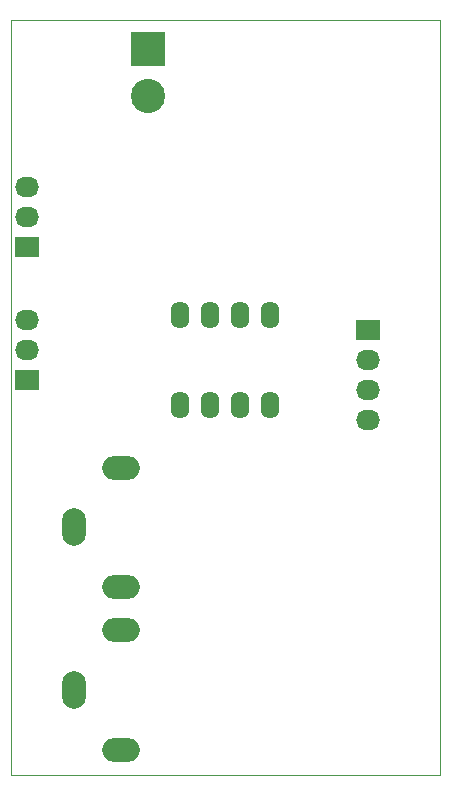
<source format=gbr>
G04 #@! TF.FileFunction,Soldermask,Bot*
%FSLAX46Y46*%
G04 Gerber Fmt 4.6, Leading zero omitted, Abs format (unit mm)*
G04 Created by KiCad (PCBNEW 4.0.5) date 02/27/17 15:44:33*
%MOMM*%
%LPD*%
G01*
G04 APERTURE LIST*
%ADD10C,0.200000*%
%ADD11C,0.100000*%
%ADD12R,2.900000X2.900000*%
%ADD13C,2.900000*%
%ADD14R,2.032000X1.727200*%
%ADD15O,2.032000X1.727200*%
%ADD16O,3.197860X1.998980*%
%ADD17O,1.998980X3.197860*%
%ADD18O,1.600000X2.300000*%
G04 APERTURE END LIST*
D10*
D11*
X0Y64000000D02*
X36300000Y64000000D01*
X0Y0D02*
X0Y64000000D01*
X36300000Y0D02*
X0Y0D01*
X36300000Y64000000D02*
X36300000Y0D01*
D12*
X11550000Y61500000D03*
D13*
X11550000Y57540000D03*
D14*
X30200000Y37700000D03*
D15*
X30200000Y35160000D03*
X30200000Y32620000D03*
X30200000Y30080000D03*
D16*
X9297960Y15945400D03*
D17*
X5300000Y21000000D03*
D16*
X9297960Y26054600D03*
X9297960Y2195400D03*
D17*
X5300000Y7250000D03*
D16*
X9297960Y12304600D03*
D14*
X1300000Y44750000D03*
D15*
X1300000Y47290000D03*
X1300000Y49830000D03*
D14*
X1300000Y33500000D03*
D15*
X1300000Y36040000D03*
X1300000Y38580000D03*
D18*
X14300000Y31400000D03*
X16840000Y31400000D03*
X19380000Y31400000D03*
X21920000Y31400000D03*
X21920000Y39020000D03*
X19380000Y39020000D03*
X16840000Y39020000D03*
X14300000Y39020000D03*
M02*

</source>
